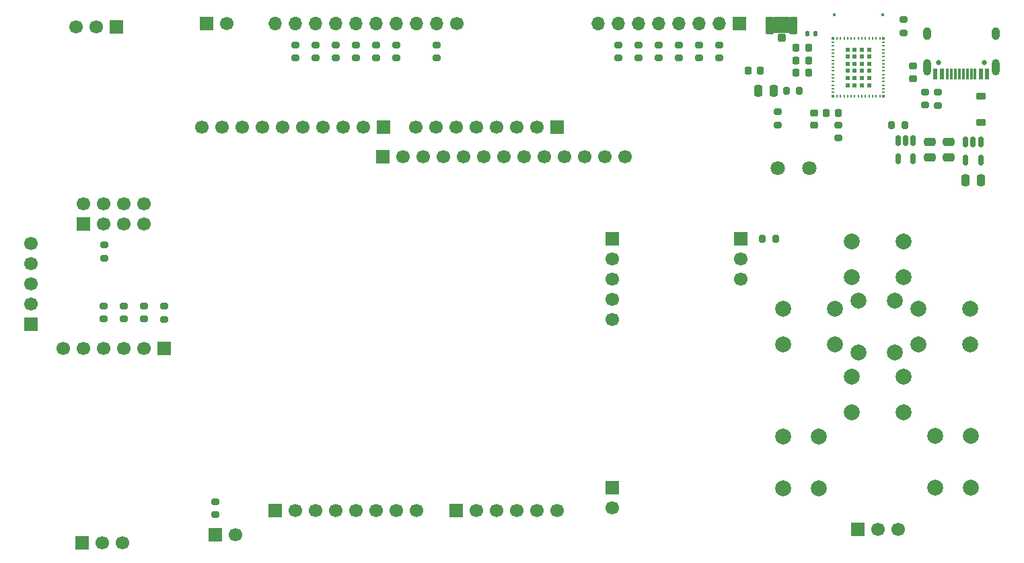
<source format=gbr>
%TF.GenerationSoftware,KiCad,Pcbnew,9.0.6*%
%TF.CreationDate,2025-12-26T21:20:51+11:00*%
%TF.ProjectId,Fipper Zero,46697070-6572-4205-9a65-726f2e6b6963,rev?*%
%TF.SameCoordinates,Original*%
%TF.FileFunction,Soldermask,Top*%
%TF.FilePolarity,Negative*%
%FSLAX46Y46*%
G04 Gerber Fmt 4.6, Leading zero omitted, Abs format (unit mm)*
G04 Created by KiCad (PCBNEW 9.0.6) date 2025-12-26 21:20:51*
%MOMM*%
%LPD*%
G01*
G04 APERTURE LIST*
G04 Aperture macros list*
%AMRoundRect*
0 Rectangle with rounded corners*
0 $1 Rounding radius*
0 $2 $3 $4 $5 $6 $7 $8 $9 X,Y pos of 4 corners*
0 Add a 4 corners polygon primitive as box body*
4,1,4,$2,$3,$4,$5,$6,$7,$8,$9,$2,$3,0*
0 Add four circle primitives for the rounded corners*
1,1,$1+$1,$2,$3*
1,1,$1+$1,$4,$5*
1,1,$1+$1,$6,$7*
1,1,$1+$1,$8,$9*
0 Add four rect primitives between the rounded corners*
20,1,$1+$1,$2,$3,$4,$5,0*
20,1,$1+$1,$4,$5,$6,$7,0*
20,1,$1+$1,$6,$7,$8,$9,0*
20,1,$1+$1,$8,$9,$2,$3,0*%
G04 Aperture macros list end*
%ADD10R,1.700000X1.700000*%
%ADD11C,1.700000*%
%ADD12RoundRect,0.200000X0.275000X-0.200000X0.275000X0.200000X-0.275000X0.200000X-0.275000X-0.200000X0*%
%ADD13RoundRect,0.200000X-0.275000X0.200000X-0.275000X-0.200000X0.275000X-0.200000X0.275000X0.200000X0*%
%ADD14RoundRect,0.225000X-0.225000X-0.250000X0.225000X-0.250000X0.225000X0.250000X-0.225000X0.250000X0*%
%ADD15RoundRect,0.225000X0.225000X0.250000X-0.225000X0.250000X-0.225000X-0.250000X0.225000X-0.250000X0*%
%ADD16RoundRect,0.225000X0.250000X-0.225000X0.250000X0.225000X-0.250000X0.225000X-0.250000X-0.225000X0*%
%ADD17RoundRect,0.135000X0.135000X0.185000X-0.135000X0.185000X-0.135000X-0.185000X0.135000X-0.185000X0*%
%ADD18C,2.000000*%
%ADD19RoundRect,0.200000X0.200000X0.275000X-0.200000X0.275000X-0.200000X-0.275000X0.200000X-0.275000X0*%
%ADD20RoundRect,0.150000X-0.150000X0.512500X-0.150000X-0.512500X0.150000X-0.512500X0.150000X0.512500X0*%
%ADD21RoundRect,0.250000X0.475000X-0.250000X0.475000X0.250000X-0.475000X0.250000X-0.475000X-0.250000X0*%
%ADD22RoundRect,0.250000X0.250000X-0.275000X0.250000X0.275000X-0.250000X0.275000X-0.250000X-0.275000X0*%
%ADD23RoundRect,0.250000X0.275000X-0.850000X0.275000X0.850000X-0.275000X0.850000X-0.275000X-0.850000X0*%
%ADD24O,1.700000X1.700000*%
%ADD25RoundRect,0.250000X0.250000X0.475000X-0.250000X0.475000X-0.250000X-0.475000X0.250000X-0.475000X0*%
%ADD26RoundRect,0.250000X-0.475000X0.250000X-0.475000X-0.250000X0.475000X-0.250000X0.475000X0.250000X0*%
%ADD27C,0.650000*%
%ADD28R,0.600000X1.450000*%
%ADD29R,0.300000X1.450000*%
%ADD30O,1.000000X2.100000*%
%ADD31O,1.000000X1.600000*%
%ADD32RoundRect,0.225000X0.375000X-0.225000X0.375000X0.225000X-0.375000X0.225000X-0.375000X-0.225000X0*%
%ADD33RoundRect,0.225000X-0.250000X0.225000X-0.250000X-0.225000X0.250000X-0.225000X0.250000X0.225000X0*%
%ADD34RoundRect,0.200000X-0.200000X-0.275000X0.200000X-0.275000X0.200000X0.275000X-0.200000X0.275000X0*%
%ADD35R,0.300000X0.300000*%
%ADD36R,0.350000X0.250000*%
%ADD37R,0.250000X0.350000*%
%ADD38R,0.600000X0.600000*%
%ADD39R,0.430000X0.430000*%
%ADD40C,1.800000*%
G04 APERTURE END LIST*
%TO.C,J16*%
G36*
X223085000Y-65040000D02*
G01*
X224965000Y-65040000D01*
X224965000Y-62950000D01*
X223085000Y-62950000D01*
X223085000Y-65040000D01*
G37*
%TD*%
D10*
%TO.C,J7*%
X146350000Y-104700000D03*
D11*
X143810000Y-104700000D03*
X141270000Y-104700000D03*
X138730000Y-104700000D03*
X136190000Y-104700000D03*
X133650000Y-104700000D03*
%TD*%
D12*
%TO.C,R17*%
X138730000Y-101045000D03*
X138730000Y-99395000D03*
%TD*%
D13*
%TO.C,RX1*%
X231170000Y-76615000D03*
X231170000Y-78265000D03*
%TD*%
D14*
%TO.C,C4*%
X229650000Y-75130000D03*
X231200000Y-75130000D03*
%TD*%
D15*
%TO.C,C2*%
X227425000Y-70010000D03*
X225875000Y-70010000D03*
%TD*%
D16*
%TO.C,C5*%
X240540000Y-70750000D03*
X240540000Y-69200000D03*
%TD*%
D15*
%TO.C,C7*%
X227425000Y-66900000D03*
X225875000Y-66900000D03*
%TD*%
D17*
%TO.C,R23*%
X228280000Y-65120000D03*
X227260000Y-65120000D03*
%TD*%
D13*
%TO.C,R7*%
X170460000Y-66520000D03*
X170460000Y-68170000D03*
%TD*%
D18*
%TO.C,SW4*%
X241250000Y-99750000D03*
X247750000Y-99750000D03*
X241250000Y-104250000D03*
X247750000Y-104250000D03*
%TD*%
D19*
%TO.C,R22*%
X226300000Y-72290000D03*
X224650000Y-72290000D03*
%TD*%
D18*
%TO.C,SW5*%
X232850000Y-108250000D03*
X239350000Y-108250000D03*
X232850000Y-112750000D03*
X239350000Y-112750000D03*
%TD*%
D10*
%TO.C,J5*%
X136220000Y-89040000D03*
D11*
X136220000Y-86500000D03*
X138760000Y-89040000D03*
X138760000Y-86500000D03*
X141300000Y-89040000D03*
X141300000Y-86500000D03*
X143840000Y-89040000D03*
X143840000Y-86500000D03*
%TD*%
D12*
%TO.C,R12*%
X206020000Y-68175000D03*
X206020000Y-66525000D03*
%TD*%
D18*
%TO.C,SW1*%
X243350000Y-122250000D03*
X243350000Y-115750000D03*
X247850000Y-122250000D03*
X247850000Y-115750000D03*
%TD*%
D20*
%TO.C,UP2*%
X240600000Y-78575000D03*
X239650000Y-78575000D03*
X238700000Y-78575000D03*
X238700000Y-80850000D03*
X240600000Y-80850000D03*
%TD*%
%TO.C,UP1*%
X249100000Y-78755000D03*
X248150000Y-78755000D03*
X247200000Y-78755000D03*
X247200000Y-81030000D03*
X249100000Y-81030000D03*
%TD*%
D21*
%TO.C,CP3*%
X242725000Y-80650000D03*
X242725000Y-78750000D03*
%TD*%
D18*
%TO.C,SW3*%
X224250000Y-99750000D03*
X230750000Y-99750000D03*
X224250000Y-104250000D03*
X230750000Y-104250000D03*
%TD*%
D22*
%TO.C,J16*%
X224025000Y-65575000D03*
D23*
X222550000Y-64050000D03*
X225500000Y-64050000D03*
%TD*%
D10*
%TO.C,J8*%
X152760000Y-128200000D03*
D11*
X155300000Y-128200000D03*
%TD*%
D13*
%TO.C,R18*%
X152750000Y-124015000D03*
X152750000Y-125665000D03*
%TD*%
D18*
%TO.C,SW7*%
X233750000Y-105250000D03*
X233750000Y-98750000D03*
X238250000Y-105250000D03*
X238250000Y-98750000D03*
%TD*%
D13*
%TO.C,R4*%
X180610000Y-66520000D03*
X180610000Y-68170000D03*
%TD*%
D10*
%TO.C,J15*%
X218715000Y-63830000D03*
D24*
X216175000Y-63830000D03*
X213635000Y-63830000D03*
X211095000Y-63830000D03*
X208555000Y-63830000D03*
X206015000Y-63830000D03*
X203475000Y-63830000D03*
X200935000Y-63830000D03*
D11*
X183155000Y-63830000D03*
D24*
X180615000Y-63830000D03*
X178075000Y-63830000D03*
X175535000Y-63830000D03*
X172995000Y-63830000D03*
X170455000Y-63830000D03*
X167915000Y-63830000D03*
X165375000Y-63830000D03*
X162835000Y-63830000D03*
X160295000Y-63830000D03*
%TD*%
D15*
%TO.C,C6*%
X227425000Y-68450000D03*
X225875000Y-68450000D03*
%TD*%
D13*
%TO.C,RU2*%
X242075000Y-72470000D03*
X242075000Y-74120000D03*
%TD*%
%TO.C,R5*%
X162850000Y-66515000D03*
X162850000Y-68165000D03*
%TD*%
D25*
%TO.C,C8*%
X223040000Y-72290000D03*
X221140000Y-72290000D03*
%TD*%
D13*
%TO.C,R19*%
X223550000Y-74945000D03*
X223550000Y-76595000D03*
%TD*%
D12*
%TO.C,RU1*%
X243675000Y-74125000D03*
X243675000Y-72475000D03*
%TD*%
D26*
%TO.C,CP1*%
X245030000Y-78750000D03*
X245030000Y-80650000D03*
%TD*%
D13*
%TO.C,R6*%
X172980000Y-66520000D03*
X172980000Y-68170000D03*
%TD*%
D12*
%TO.C,R10*%
X216180000Y-68175000D03*
X216180000Y-66525000D03*
%TD*%
D10*
%TO.C,J6*%
X151660000Y-63800000D03*
D11*
X154200000Y-63800000D03*
%TD*%
D12*
%TO.C,R9*%
X213630000Y-68185000D03*
X213630000Y-66535000D03*
%TD*%
%TO.C,R8*%
X211090000Y-68185000D03*
X211090000Y-66535000D03*
%TD*%
%TO.C,R2*%
X165370000Y-68175000D03*
X165370000Y-66525000D03*
%TD*%
%TO.C,R14*%
X146360000Y-101050000D03*
X146360000Y-99400000D03*
%TD*%
D13*
%TO.C,R3*%
X175530000Y-66525000D03*
X175530000Y-68175000D03*
%TD*%
D12*
%TO.C,RX2*%
X239400000Y-65015000D03*
X239400000Y-63365000D03*
%TD*%
%TO.C,R13*%
X167900000Y-68175000D03*
X167900000Y-66525000D03*
%TD*%
D27*
%TO.C,USB1*%
X249540000Y-68780000D03*
X243760000Y-68780000D03*
D28*
X249900000Y-70225000D03*
X249100000Y-70225000D03*
D29*
X247900000Y-70225000D03*
X246900000Y-70225000D03*
X246400000Y-70225000D03*
X245400000Y-70225000D03*
D28*
X244200000Y-70225000D03*
X243400000Y-70225000D03*
X243400000Y-70225000D03*
X244200000Y-70225000D03*
D29*
X244900000Y-70225000D03*
X245900000Y-70225000D03*
X247400000Y-70225000D03*
X248400000Y-70225000D03*
D28*
X249100000Y-70225000D03*
X249900000Y-70225000D03*
D30*
X250970000Y-69310000D03*
D31*
X250970000Y-65130000D03*
D30*
X242330000Y-69310000D03*
D31*
X242330000Y-65130000D03*
%TD*%
D32*
%TO.C,D1*%
X249100000Y-76305000D03*
X249100000Y-73005000D03*
%TD*%
D12*
%TO.C,R16*%
X141270000Y-101040000D03*
X141270000Y-99390000D03*
%TD*%
%TO.C,R21*%
X138770000Y-93355000D03*
X138770000Y-91705000D03*
%TD*%
%TO.C,R15*%
X143810000Y-101040000D03*
X143810000Y-99390000D03*
%TD*%
D33*
%TO.C,C3*%
X228100000Y-75105000D03*
X228100000Y-76655000D03*
%TD*%
D15*
%TO.C,C1*%
X221370000Y-69800000D03*
X219820000Y-69800000D03*
%TD*%
D18*
%TO.C,SW6*%
X224250000Y-122300000D03*
X224250000Y-115800000D03*
X228750000Y-122300000D03*
X228750000Y-115800000D03*
%TD*%
D34*
%TO.C,RP1*%
X237875000Y-76625000D03*
X239525000Y-76625000D03*
%TD*%
D10*
%TO.C,J14*%
X173815000Y-80600000D03*
D11*
X176355000Y-80600000D03*
X178895000Y-80600000D03*
X181435000Y-80600000D03*
X183975000Y-80600000D03*
X186515000Y-80600000D03*
X189055000Y-80600000D03*
X191595000Y-80600000D03*
X194135000Y-80600000D03*
X196675000Y-80600000D03*
X199215000Y-80600000D03*
X201755000Y-80600000D03*
X204295000Y-80600000D03*
%TD*%
D19*
%TO.C,R20*%
X223275000Y-90930000D03*
X221625000Y-90930000D03*
%TD*%
D35*
%TO.C,U1*%
X230520000Y-65730000D03*
D36*
X230520000Y-66200000D03*
X230520000Y-66650000D03*
X230520000Y-67100000D03*
X230520000Y-67550000D03*
X230520000Y-68000000D03*
X230520000Y-68450000D03*
X230520000Y-68900000D03*
X230520000Y-69350000D03*
X230520000Y-69800000D03*
X230520000Y-70250000D03*
X230520000Y-70700000D03*
X230520000Y-71150000D03*
X230520000Y-71600000D03*
X230520000Y-72050000D03*
X230520000Y-72500000D03*
D35*
X230520000Y-72980000D03*
D37*
X231000000Y-72980000D03*
X231450000Y-72980000D03*
X231900000Y-72980000D03*
X232350000Y-72980000D03*
X232800000Y-72980000D03*
X233250000Y-72980000D03*
X233700000Y-72980000D03*
X234150000Y-72980000D03*
X234600000Y-72980000D03*
X235050000Y-72980000D03*
X235500000Y-72980000D03*
X235950000Y-72980000D03*
X236400000Y-72980000D03*
D35*
X236870000Y-72980000D03*
D36*
X236870000Y-72500000D03*
X236870000Y-72050000D03*
X236870000Y-71600000D03*
X236870000Y-71150000D03*
X236870000Y-70700000D03*
X236870000Y-70250000D03*
X236870000Y-69800000D03*
X236870000Y-69350000D03*
X236870000Y-68900000D03*
X236870000Y-68450000D03*
X236870000Y-68000000D03*
X236870000Y-67550000D03*
X236870000Y-67100000D03*
X236870000Y-66650000D03*
X236870000Y-66200000D03*
D35*
X236870000Y-65730000D03*
D37*
X236400000Y-65730000D03*
X235950000Y-65730000D03*
X235500000Y-65730000D03*
X235050000Y-65730000D03*
X234600000Y-65730000D03*
X234150000Y-65730000D03*
X233700000Y-65730000D03*
X233250000Y-65730000D03*
X232800000Y-65730000D03*
X232350000Y-65730000D03*
X231900000Y-65730000D03*
X231450000Y-65730000D03*
X231000000Y-65730000D03*
D38*
X232350000Y-67100000D03*
X232350000Y-68000000D03*
X232350000Y-68900000D03*
X232350000Y-69800000D03*
X232350000Y-70700000D03*
X232350000Y-71600000D03*
X233250000Y-71600000D03*
X234150000Y-71600000D03*
X235050000Y-71600000D03*
X235050000Y-70700000D03*
X235050000Y-69800000D03*
X235050000Y-68900000D03*
X235050000Y-68000000D03*
X235050000Y-67100000D03*
X234150000Y-67100000D03*
X233250000Y-67100000D03*
X233250000Y-68000000D03*
X233250000Y-68900000D03*
X233250000Y-69800000D03*
X233250000Y-70700000D03*
X234150000Y-70700000D03*
X234150000Y-69800000D03*
X234150000Y-68900000D03*
X234150000Y-68000000D03*
D39*
X230650000Y-62760000D03*
X236750000Y-62760000D03*
%TD*%
D40*
%TO.C,BZ1*%
X223550000Y-82050000D03*
X227550000Y-82050000D03*
%TD*%
D12*
%TO.C,R11*%
X208560000Y-68175000D03*
X208560000Y-66525000D03*
%TD*%
%TO.C,R1*%
X203480000Y-68175000D03*
X203480000Y-66525000D03*
%TD*%
D25*
%TO.C,CP2*%
X249100000Y-83605000D03*
X247200000Y-83605000D03*
%TD*%
D18*
%TO.C,SW2*%
X232850000Y-91250000D03*
X239350000Y-91250000D03*
X232850000Y-95750000D03*
X239350000Y-95750000D03*
%TD*%
D10*
%TO.C,IR1*%
X135970000Y-129200000D03*
D11*
X138510000Y-129200000D03*
X141050000Y-129200000D03*
%TD*%
D10*
%TO.C,J12*%
X218930000Y-90930000D03*
D11*
X218930000Y-93470000D03*
X218930000Y-96010000D03*
%TD*%
D10*
%TO.C,J10*%
X129600000Y-101690000D03*
D11*
X129600000Y-99150000D03*
X129600000Y-96610000D03*
X129600000Y-94070000D03*
X129600000Y-91530000D03*
%TD*%
D10*
%TO.C,J11*%
X202710000Y-122225000D03*
D11*
X202710000Y-124765000D03*
%TD*%
D10*
%TO.C,IR2*%
X140320000Y-64230000D03*
D11*
X137780000Y-64230000D03*
X135240000Y-64230000D03*
%TD*%
D10*
%TO.C,J4*%
X183120000Y-125165000D03*
D11*
X185660000Y-125165000D03*
X188200000Y-125165000D03*
X190740000Y-125165000D03*
X193280000Y-125165000D03*
X195820000Y-125165000D03*
%TD*%
D10*
%TO.C,J13*%
X202700000Y-90950000D03*
D11*
X202700000Y-93490000D03*
X202700000Y-96030000D03*
X202700000Y-98570000D03*
X202700000Y-101110000D03*
%TD*%
D10*
%TO.C,J2*%
X160280000Y-125155000D03*
D11*
X162820000Y-125155000D03*
X165360000Y-125155000D03*
X167900000Y-125155000D03*
X170440000Y-125155000D03*
X172980000Y-125155000D03*
X175520000Y-125155000D03*
X178060000Y-125155000D03*
%TD*%
D10*
%TO.C,J3*%
X195820000Y-76905000D03*
D11*
X193280000Y-76905000D03*
X190740000Y-76905000D03*
X188200000Y-76905000D03*
X185660000Y-76905000D03*
X183120000Y-76905000D03*
X180580000Y-76905000D03*
X178040000Y-76905000D03*
%TD*%
D10*
%TO.C,J9*%
X233590000Y-127530000D03*
D11*
X236130000Y-127530000D03*
X238670000Y-127530000D03*
%TD*%
D10*
%TO.C,J1*%
X173970000Y-76905000D03*
D11*
X171430000Y-76905000D03*
X168890000Y-76905000D03*
X166350000Y-76905000D03*
X163810000Y-76905000D03*
X161270000Y-76905000D03*
X158730000Y-76905000D03*
X156190000Y-76905000D03*
X153650000Y-76905000D03*
X151110000Y-76905000D03*
%TD*%
M02*

</source>
